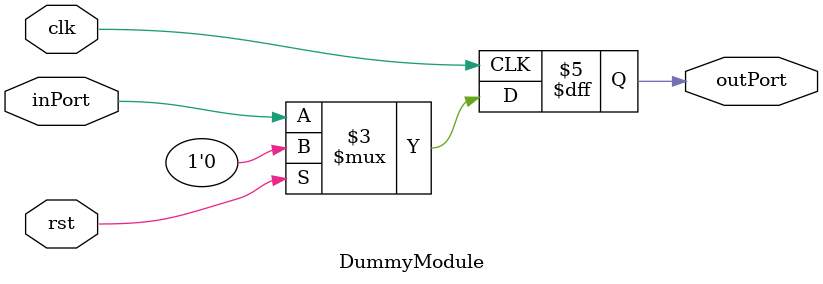
<source format=v>
module DummyModule (
    input clk,
    input rst,
    input inPort,
    output reg outPort
  );

    always @ (posedge clk) begin
        if (rst)
            outPort <= 1'b0;
        else
            outPort <= inPort;
    end

endmodule // DummyModule

</source>
